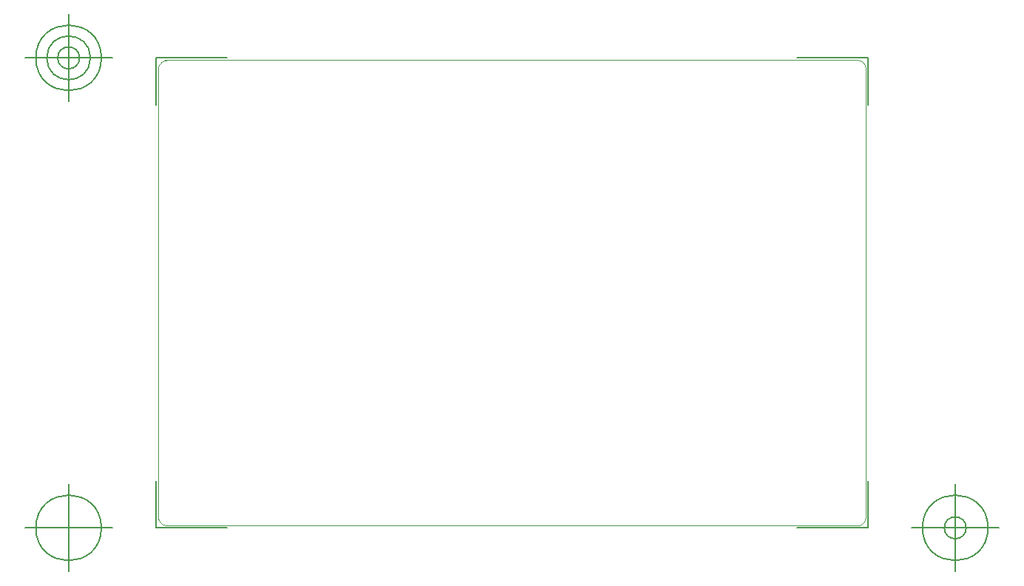
<source format=gbr>
G04 Generated by Ultiboard 14.0 *
%FSLAX34Y34*%
%MOMM*%

%ADD10C,0.0001*%
%ADD11C,0.0010*%
%ADD12C,0.1270*%


G04 ColorRGB 00FFFF for the following layer *
%LNBoard Outline*%
%LPD*%
G54D10*
G54D11*
X866140Y523240D02*
X866101Y524125D01*
X865986Y525004D01*
X865794Y525869D01*
X865528Y526715D01*
X865188Y527534D01*
X864779Y528320D01*
X864303Y529067D01*
X863764Y529770D01*
X863165Y530424D01*
X862511Y531023D01*
X861808Y531562D01*
X861061Y532039D01*
X860275Y532448D01*
X859456Y532787D01*
X858611Y533054D01*
X857745Y533246D01*
X856867Y533361D01*
X855981Y533400D01*
X855980Y533400D01*
X866140Y523240D02*
X866140Y10160D01*
X855980Y0D02*
X856865Y39D01*
X857744Y154D01*
X858609Y346D01*
X859455Y612D01*
X860274Y952D01*
X861060Y1361D01*
X861807Y1837D01*
X862510Y2376D01*
X863164Y2975D01*
X863763Y3629D01*
X864302Y4332D01*
X864779Y5079D01*
X865188Y5865D01*
X865527Y6684D01*
X865794Y7529D01*
X865986Y8395D01*
X866101Y9273D01*
X866140Y10159D01*
X866140Y10160D01*
X63500Y533400D02*
X855980Y533400D01*
X66040Y533240D02*
X65168Y533202D01*
X64303Y533088D01*
X63452Y532899D01*
X62620Y532637D01*
X61814Y532303D01*
X61040Y531900D01*
X60304Y531432D01*
X59612Y530900D01*
X58969Y530311D01*
X58379Y529668D01*
X57848Y528976D01*
X57379Y528240D01*
X56977Y527466D01*
X56643Y526660D01*
X56380Y525828D01*
X56192Y524976D01*
X56078Y524111D01*
X56040Y523240D01*
X55880Y7300D02*
X55880Y525780D01*
X56040Y10160D02*
X56078Y9288D01*
X56192Y8423D01*
X56381Y7572D01*
X56643Y6740D01*
X56977Y5934D01*
X57380Y5160D01*
X57848Y4424D01*
X58380Y3732D01*
X58969Y3089D01*
X59612Y2499D01*
X60304Y1968D01*
X61040Y1499D01*
X61814Y1097D01*
X62620Y763D01*
X63452Y500D01*
X64304Y312D01*
X65169Y198D01*
X66040Y160D01*
X855980Y0D02*
X63500Y0D01*
G54D12*
X53340Y-2540D02*
X53340Y51308D01*
X53340Y-2540D02*
X134874Y-2540D01*
X868680Y-2540D02*
X787146Y-2540D01*
X868680Y-2540D02*
X868680Y51308D01*
X868680Y535940D02*
X868680Y482092D01*
X868680Y535940D02*
X787146Y535940D01*
X53340Y535940D02*
X134874Y535940D01*
X53340Y535940D02*
X53340Y482092D01*
X3340Y-2540D02*
X-96660Y-2540D01*
X-46660Y-52540D02*
X-46660Y47460D01*
X-84160Y-2540D02*
G75*
D01*
G02X-84160Y-2540I37500J0*
G01*
X918680Y-2540D02*
X1018680Y-2540D01*
X968680Y-52540D02*
X968680Y47460D01*
X931180Y-2540D02*
G75*
D01*
G02X931180Y-2540I37500J0*
G01*
X956180Y-2540D02*
G75*
D01*
G02X956180Y-2540I12500J0*
G01*
X3340Y535940D02*
X-96660Y535940D01*
X-46660Y485940D02*
X-46660Y585940D01*
X-84160Y535940D02*
G75*
D01*
G02X-84160Y535940I37500J0*
G01*
X-71660Y535940D02*
G75*
D01*
G02X-71660Y535940I25000J0*
G01*
X-59160Y535940D02*
G75*
D01*
G02X-59160Y535940I12500J0*
G01*

M02*

</source>
